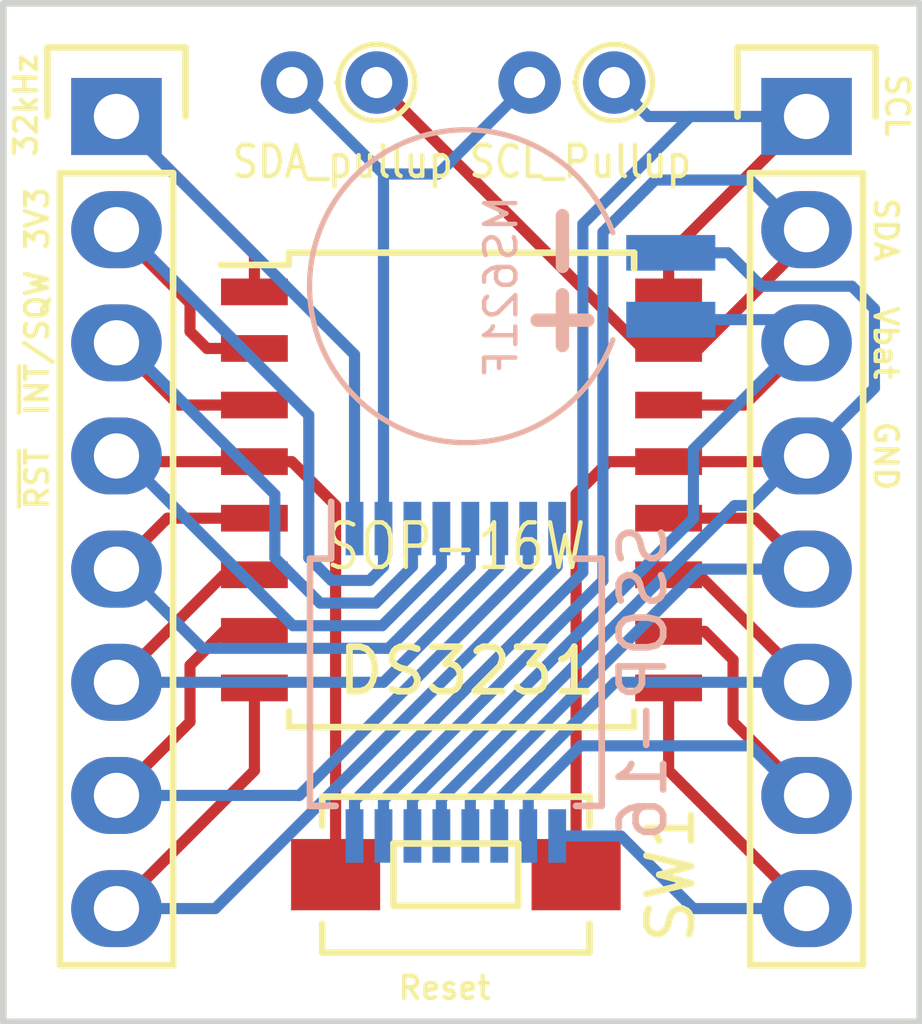
<source format=kicad_pcb>
(kicad_pcb (version 4) (host pcbnew 4.0.6)

  (general
    (links 40)
    (no_connects 0)
    (area 148.006999 93.650999 168.731001 116.661001)
    (thickness 1.6)
    (drawings 16)
    (tracks 140)
    (zones 0)
    (modules 8)
    (nets 17)
  )

  (page A4)
  (layers
    (0 F.Cu signal)
    (31 B.Cu signal)
    (32 B.Adhes user)
    (33 F.Adhes user)
    (34 B.Paste user)
    (35 F.Paste user)
    (36 B.SilkS user)
    (37 F.SilkS user)
    (38 B.Mask user)
    (39 F.Mask user)
    (40 Dwgs.User user)
    (41 Cmts.User user)
    (42 Eco1.User user)
    (43 Eco2.User user)
    (44 Edge.Cuts user)
    (45 Margin user)
    (46 B.CrtYd user)
    (47 F.CrtYd user)
    (48 B.Fab user)
    (49 F.Fab user hide)
  )

  (setup
    (last_trace_width 0.25)
    (trace_clearance 0.2)
    (zone_clearance 0.508)
    (zone_45_only no)
    (trace_min 0.2)
    (segment_width 0.2)
    (edge_width 0.15)
    (via_size 0.6)
    (via_drill 0.4)
    (via_min_size 0.4)
    (via_min_drill 0.3)
    (uvia_size 0.3)
    (uvia_drill 0.1)
    (uvias_allowed no)
    (uvia_min_size 0.2)
    (uvia_min_drill 0.1)
    (pcb_text_width 0.3)
    (pcb_text_size 1.5 1.5)
    (mod_edge_width 0.15)
    (mod_text_size 1 1)
    (mod_text_width 0.15)
    (pad_size 1.524 1.524)
    (pad_drill 0.762)
    (pad_to_mask_clearance 0.2)
    (aux_axis_origin 0 0)
    (visible_elements FFFFFF7F)
    (pcbplotparams
      (layerselection 0x00030_80000001)
      (usegerberextensions false)
      (excludeedgelayer true)
      (linewidth 0.100000)
      (plotframeref false)
      (viasonmask false)
      (mode 1)
      (useauxorigin false)
      (hpglpennumber 1)
      (hpglpenspeed 20)
      (hpglpendiameter 15)
      (hpglpenoverlay 2)
      (psnegative false)
      (psa4output false)
      (plotreference true)
      (plotvalue true)
      (plotinvisibletext false)
      (padsonsilk false)
      (subtractmaskfromsilk false)
      (outputformat 1)
      (mirror false)
      (drillshape 1)
      (scaleselection 1)
      (outputdirectory ""))
  )

  (net 0 "")
  (net 1 +BATT)
  (net 2 "Net-(BT1-Pad2)")
  (net 3 "Net-(J1-Pad1)")
  (net 4 +3V3)
  (net 5 "Net-(J1-Pad3)")
  (net 6 "Net-(J1-Pad4)")
  (net 7 "Net-(J1-Pad5)")
  (net 8 "Net-(J1-Pad6)")
  (net 9 "Net-(J1-Pad7)")
  (net 10 "Net-(J1-Pad8)")
  (net 11 "Net-(J2-Pad1)")
  (net 12 "Net-(J2-Pad2)")
  (net 13 "Net-(J2-Pad5)")
  (net 14 "Net-(J2-Pad6)")
  (net 15 "Net-(J2-Pad7)")
  (net 16 "Net-(J2-Pad8)")

  (net_class Default "This is the default net class."
    (clearance 0.2)
    (trace_width 0.25)
    (via_dia 0.6)
    (via_drill 0.4)
    (uvia_dia 0.3)
    (uvia_drill 0.1)
    (add_net +3V3)
    (add_net +BATT)
    (add_net "Net-(BT1-Pad2)")
    (add_net "Net-(J1-Pad1)")
    (add_net "Net-(J1-Pad3)")
    (add_net "Net-(J1-Pad4)")
    (add_net "Net-(J1-Pad5)")
    (add_net "Net-(J1-Pad6)")
    (add_net "Net-(J1-Pad7)")
    (add_net "Net-(J1-Pad8)")
    (add_net "Net-(J2-Pad1)")
    (add_net "Net-(J2-Pad2)")
    (add_net "Net-(J2-Pad5)")
    (add_net "Net-(J2-Pad6)")
    (add_net "Net-(J2-Pad7)")
    (add_net "Net-(J2-Pad8)")
  )

  (module Pin_Headers:Pin_Header_Straight_1x08 locked placed (layer F.Cu) (tedit 58F03785) (tstamp 58EFDC0F)
    (at 150.622 96.266)
    (descr "Through hole pin header")
    (tags "pin header")
    (path /58EFAF67)
    (fp_text reference J1 (at -5.08 -5.08) (layer F.SilkS) hide
      (effects (font (size 1 1) (thickness 0.15)))
    )
    (fp_text value CONN_01X08 (at -4.826 -3.556) (layer F.Fab) hide
      (effects (font (size 1 1) (thickness 0.15)))
    )
    (fp_line (start -1.75 -1.75) (end -1.75 19.55) (layer F.CrtYd) (width 0.05))
    (fp_line (start 1.75 -1.75) (end 1.75 19.55) (layer F.CrtYd) (width 0.05))
    (fp_line (start -1.75 -1.75) (end 1.75 -1.75) (layer F.CrtYd) (width 0.05))
    (fp_line (start -1.75 19.55) (end 1.75 19.55) (layer F.CrtYd) (width 0.05))
    (fp_line (start 1.27 1.27) (end 1.27 19.05) (layer F.SilkS) (width 0.15))
    (fp_line (start 1.27 19.05) (end -1.27 19.05) (layer F.SilkS) (width 0.15))
    (fp_line (start -1.27 19.05) (end -1.27 1.27) (layer F.SilkS) (width 0.15))
    (fp_line (start 1.55 -1.55) (end 1.55 0) (layer F.SilkS) (width 0.15))
    (fp_line (start 1.27 1.27) (end -1.27 1.27) (layer F.SilkS) (width 0.15))
    (fp_line (start -1.55 0) (end -1.55 -1.55) (layer F.SilkS) (width 0.15))
    (fp_line (start -1.55 -1.55) (end 1.55 -1.55) (layer F.SilkS) (width 0.15))
    (pad 1 thru_hole rect (at 0 0) (size 2.032 1.7272) (drill 1.016) (layers *.Cu *.Mask)
      (net 3 "Net-(J1-Pad1)"))
    (pad 2 thru_hole oval (at 0 2.54) (size 2.032 1.7272) (drill 1.016) (layers *.Cu *.Mask)
      (net 4 +3V3))
    (pad 3 thru_hole oval (at 0 5.08) (size 2.032 1.7272) (drill 1.016) (layers *.Cu *.Mask)
      (net 5 "Net-(J1-Pad3)"))
    (pad 4 thru_hole oval (at 0 7.62) (size 2.032 1.7272) (drill 1.016) (layers *.Cu *.Mask)
      (net 6 "Net-(J1-Pad4)"))
    (pad 5 thru_hole oval (at 0 10.16) (size 2.032 1.7272) (drill 1.016) (layers *.Cu *.Mask)
      (net 7 "Net-(J1-Pad5)"))
    (pad 6 thru_hole oval (at 0 12.7) (size 2.032 1.7272) (drill 1.016) (layers *.Cu *.Mask)
      (net 8 "Net-(J1-Pad6)"))
    (pad 7 thru_hole oval (at 0 15.24) (size 2.032 1.7272) (drill 1.016) (layers *.Cu *.Mask)
      (net 9 "Net-(J1-Pad7)"))
    (pad 8 thru_hole oval (at 0 17.78) (size 2.032 1.7272) (drill 1.016) (layers *.Cu *.Mask)
      (net 10 "Net-(J1-Pad8)"))
    (model Pin_Headers.3dshapes/Pin_Header_Straight_1x08.wrl
      (at (xyz 0 -0.35 0))
      (scale (xyz 1 1 1))
      (rotate (xyz 0 0 90))
    )
  )

  (module Pin_Headers:Pin_Header_Straight_1x08 locked placed (layer F.Cu) (tedit 58F036EC) (tstamp 58EFDC1B)
    (at 166.116 96.266)
    (descr "Through hole pin header")
    (tags "pin header")
    (path /58EFAFA7)
    (fp_text reference J2 (at 0 -5.1) (layer F.SilkS) hide
      (effects (font (size 1 1) (thickness 0.15)))
    )
    (fp_text value CONN_01X08 (at 0.254 -3.81) (layer F.Fab) hide
      (effects (font (size 1 1) (thickness 0.15)))
    )
    (fp_line (start -1.75 -1.75) (end -1.75 19.55) (layer F.CrtYd) (width 0.05))
    (fp_line (start 1.75 -1.75) (end 1.75 19.55) (layer F.CrtYd) (width 0.05))
    (fp_line (start -1.75 -1.75) (end 1.75 -1.75) (layer F.CrtYd) (width 0.05))
    (fp_line (start -1.75 19.55) (end 1.75 19.55) (layer F.CrtYd) (width 0.05))
    (fp_line (start 1.27 1.27) (end 1.27 19.05) (layer F.SilkS) (width 0.15))
    (fp_line (start 1.27 19.05) (end -1.27 19.05) (layer F.SilkS) (width 0.15))
    (fp_line (start -1.27 19.05) (end -1.27 1.27) (layer F.SilkS) (width 0.15))
    (fp_line (start 1.55 -1.55) (end 1.55 0) (layer F.SilkS) (width 0.15))
    (fp_line (start 1.27 1.27) (end -1.27 1.27) (layer F.SilkS) (width 0.15))
    (fp_line (start -1.55 0) (end -1.55 -1.55) (layer F.SilkS) (width 0.15))
    (fp_line (start -1.55 -1.55) (end 1.55 -1.55) (layer F.SilkS) (width 0.15))
    (pad 1 thru_hole rect (at 0 0) (size 2.032 1.7272) (drill 1.016) (layers *.Cu *.Mask)
      (net 11 "Net-(J2-Pad1)"))
    (pad 2 thru_hole oval (at 0 2.54) (size 2.032 1.7272) (drill 1.016) (layers *.Cu *.Mask)
      (net 12 "Net-(J2-Pad2)"))
    (pad 3 thru_hole oval (at 0 5.08) (size 2.032 1.7272) (drill 1.016) (layers *.Cu *.Mask)
      (net 1 +BATT))
    (pad 4 thru_hole oval (at 0 7.62) (size 2.032 1.7272) (drill 1.016) (layers *.Cu *.Mask)
      (net 2 "Net-(BT1-Pad2)"))
    (pad 5 thru_hole oval (at 0 10.16) (size 2.032 1.7272) (drill 1.016) (layers *.Cu *.Mask)
      (net 13 "Net-(J2-Pad5)"))
    (pad 6 thru_hole oval (at 0 12.7) (size 2.032 1.7272) (drill 1.016) (layers *.Cu *.Mask)
      (net 14 "Net-(J2-Pad6)"))
    (pad 7 thru_hole oval (at 0 15.24) (size 2.032 1.7272) (drill 1.016) (layers *.Cu *.Mask)
      (net 15 "Net-(J2-Pad7)"))
    (pad 8 thru_hole oval (at 0 17.78) (size 2.032 1.7272) (drill 1.016) (layers *.Cu *.Mask)
      (net 16 "Net-(J2-Pad8)"))
    (model Pin_Headers.3dshapes/Pin_Header_Straight_1x08.wrl
      (at (xyz 0 -0.35 0))
      (scale (xyz 1 1 1))
      (rotate (xyz 0 0 90))
    )
  )

  (module Housings_SOIC:SOIC-16W_7.5x10.3mm_Pitch1.27mm placed (layer F.Cu) (tedit 58F037BB) (tstamp 58EFDC43)
    (at 158.369 104.648)
    (descr "16-Lead Plastic Small Outline (SO) - Wide, 7.50 mm Body [SOIC] (see Microchip Packaging Specification 00000049BS.pdf)")
    (tags "SOIC 1.27")
    (path /58EFAF32)
    (attr smd)
    (fp_text reference U1 (at 0.127 -3.302) (layer F.SilkS) hide
      (effects (font (size 1 1) (thickness 0.15)))
    )
    (fp_text value DS3231 (at 0.127 4.064) (layer F.SilkS)
      (effects (font (size 1 1) (thickness 0.15)))
    )
    (fp_line (start -2.75 -5.15) (end 3.75 -5.15) (layer F.Fab) (width 0.15))
    (fp_line (start 3.75 -5.15) (end 3.75 5.15) (layer F.Fab) (width 0.15))
    (fp_line (start 3.75 5.15) (end -3.75 5.15) (layer F.Fab) (width 0.15))
    (fp_line (start -3.75 5.15) (end -3.75 -4.15) (layer F.Fab) (width 0.15))
    (fp_line (start -3.75 -4.15) (end -2.75 -5.15) (layer F.Fab) (width 0.15))
    (fp_line (start -5.65 -5.5) (end -5.65 5.5) (layer F.CrtYd) (width 0.05))
    (fp_line (start 5.65 -5.5) (end 5.65 5.5) (layer F.CrtYd) (width 0.05))
    (fp_line (start -5.65 -5.5) (end 5.65 -5.5) (layer F.CrtYd) (width 0.05))
    (fp_line (start -5.65 5.5) (end 5.65 5.5) (layer F.CrtYd) (width 0.05))
    (fp_line (start -3.875 -5.325) (end -3.875 -5.05) (layer F.SilkS) (width 0.15))
    (fp_line (start 3.875 -5.325) (end 3.875 -4.97) (layer F.SilkS) (width 0.15))
    (fp_line (start 3.875 5.325) (end 3.875 4.97) (layer F.SilkS) (width 0.15))
    (fp_line (start -3.875 5.325) (end -3.875 4.97) (layer F.SilkS) (width 0.15))
    (fp_line (start -3.875 -5.325) (end 3.875 -5.325) (layer F.SilkS) (width 0.15))
    (fp_line (start -3.875 5.325) (end 3.875 5.325) (layer F.SilkS) (width 0.15))
    (fp_line (start -3.875 -5.05) (end -5.4 -5.05) (layer F.SilkS) (width 0.15))
    (pad 1 smd rect (at -4.65 -4.445) (size 1.5 0.6) (layers F.Cu F.Paste F.Mask)
      (net 3 "Net-(J1-Pad1)"))
    (pad 2 smd rect (at -4.65 -3.175) (size 1.5 0.6) (layers F.Cu F.Paste F.Mask)
      (net 4 +3V3))
    (pad 3 smd rect (at -4.65 -1.905) (size 1.5 0.6) (layers F.Cu F.Paste F.Mask)
      (net 5 "Net-(J1-Pad3)"))
    (pad 4 smd rect (at -4.65 -0.635) (size 1.5 0.6) (layers F.Cu F.Paste F.Mask)
      (net 6 "Net-(J1-Pad4)"))
    (pad 5 smd rect (at -4.65 0.635) (size 1.5 0.6) (layers F.Cu F.Paste F.Mask)
      (net 7 "Net-(J1-Pad5)"))
    (pad 6 smd rect (at -4.65 1.905) (size 1.5 0.6) (layers F.Cu F.Paste F.Mask)
      (net 8 "Net-(J1-Pad6)"))
    (pad 7 smd rect (at -4.65 3.175) (size 1.5 0.6) (layers F.Cu F.Paste F.Mask)
      (net 9 "Net-(J1-Pad7)"))
    (pad 8 smd rect (at -4.65 4.445) (size 1.5 0.6) (layers F.Cu F.Paste F.Mask)
      (net 10 "Net-(J1-Pad8)"))
    (pad 9 smd rect (at 4.65 4.445) (size 1.5 0.6) (layers F.Cu F.Paste F.Mask)
      (net 16 "Net-(J2-Pad8)"))
    (pad 10 smd rect (at 4.65 3.175) (size 1.5 0.6) (layers F.Cu F.Paste F.Mask)
      (net 15 "Net-(J2-Pad7)"))
    (pad 11 smd rect (at 4.65 1.905) (size 1.5 0.6) (layers F.Cu F.Paste F.Mask)
      (net 14 "Net-(J2-Pad6)"))
    (pad 12 smd rect (at 4.65 0.635) (size 1.5 0.6) (layers F.Cu F.Paste F.Mask)
      (net 13 "Net-(J2-Pad5)"))
    (pad 13 smd rect (at 4.65 -0.635) (size 1.5 0.6) (layers F.Cu F.Paste F.Mask)
      (net 2 "Net-(BT1-Pad2)"))
    (pad 14 smd rect (at 4.65 -1.905) (size 1.5 0.6) (layers F.Cu F.Paste F.Mask)
      (net 1 +BATT))
    (pad 15 smd rect (at 4.65 -3.175) (size 1.5 0.6) (layers F.Cu F.Paste F.Mask)
      (net 12 "Net-(J2-Pad2)"))
    (pad 16 smd rect (at 4.65 -4.445) (size 1.5 0.6) (layers F.Cu F.Paste F.Mask)
      (net 11 "Net-(J2-Pad1)"))
    (model Housings_SOIC.3dshapes/SOIC-16_7.5x10.3mm_Pitch1.27mm.wrl
      (at (xyz 0 0 0))
      (scale (xyz 1 1 1))
      (rotate (xyz 0 0 0))
    )
  )

  (module Housings_SSOP:SSOP-16_5.3x6.2mm_Pitch0.65mm placed (layer B.Cu) (tedit 58F03A0A) (tstamp 58EFDC57)
    (at 158.242 108.966 270)
    (descr "SSOP16: plastic shrink small outline package; 16 leads; body width 5.3 mm; (see NXP SSOP-TSSOP-VSO-REFLOW.pdf and sot338-1_po.pdf)")
    (tags "SSOP 0.65")
    (path /58EFD90A)
    (attr smd)
    (fp_text reference U2 (at 0 4.2 270) (layer B.SilkS) hide
      (effects (font (size 1 1) (thickness 0.15)) (justify mirror))
    )
    (fp_text value SSOP-16 (at 0 -4.2 270) (layer B.SilkS)
      (effects (font (size 1 1) (thickness 0.15)) (justify mirror))
    )
    (fp_line (start -1.65 3.1) (end 2.65 3.1) (layer B.Fab) (width 0.15))
    (fp_line (start 2.65 3.1) (end 2.65 -3.1) (layer B.Fab) (width 0.15))
    (fp_line (start 2.65 -3.1) (end -2.65 -3.1) (layer B.Fab) (width 0.15))
    (fp_line (start -2.65 -3.1) (end -2.65 2.1) (layer B.Fab) (width 0.15))
    (fp_line (start -2.65 2.1) (end -1.65 3.1) (layer B.Fab) (width 0.15))
    (fp_line (start -4.3 3.45) (end -4.3 -3.45) (layer B.CrtYd) (width 0.05))
    (fp_line (start 4.3 3.45) (end 4.3 -3.45) (layer B.CrtYd) (width 0.05))
    (fp_line (start -4.3 3.45) (end 4.3 3.45) (layer B.CrtYd) (width 0.05))
    (fp_line (start -4.3 -3.45) (end 4.3 -3.45) (layer B.CrtYd) (width 0.05))
    (fp_line (start -2.775 3.275) (end -2.775 2.8) (layer B.SilkS) (width 0.15))
    (fp_line (start 2.775 3.275) (end 2.775 2.7) (layer B.SilkS) (width 0.15))
    (fp_line (start 2.775 -3.275) (end 2.775 -2.7) (layer B.SilkS) (width 0.15))
    (fp_line (start -2.775 -3.275) (end -2.775 -2.7) (layer B.SilkS) (width 0.15))
    (fp_line (start -2.775 3.275) (end 2.775 3.275) (layer B.SilkS) (width 0.15))
    (fp_line (start -2.775 -3.275) (end 2.775 -3.275) (layer B.SilkS) (width 0.15))
    (fp_line (start -2.775 2.8) (end -4.05 2.8) (layer B.SilkS) (width 0.15))
    (pad 1 smd rect (at -3.45 2.275 270) (size 1.2 0.4) (layers B.Cu B.Paste B.Mask)
      (net 3 "Net-(J1-Pad1)"))
    (pad 2 smd rect (at -3.45 1.625 270) (size 1.2 0.4) (layers B.Cu B.Paste B.Mask)
      (net 4 +3V3))
    (pad 3 smd rect (at -3.45 0.975 270) (size 1.2 0.4) (layers B.Cu B.Paste B.Mask)
      (net 5 "Net-(J1-Pad3)"))
    (pad 4 smd rect (at -3.45 0.325 270) (size 1.2 0.4) (layers B.Cu B.Paste B.Mask)
      (net 6 "Net-(J1-Pad4)"))
    (pad 5 smd rect (at -3.45 -0.325 270) (size 1.2 0.4) (layers B.Cu B.Paste B.Mask)
      (net 7 "Net-(J1-Pad5)"))
    (pad 6 smd rect (at -3.45 -0.975 270) (size 1.2 0.4) (layers B.Cu B.Paste B.Mask)
      (net 8 "Net-(J1-Pad6)"))
    (pad 7 smd rect (at -3.45 -1.625 270) (size 1.2 0.4) (layers B.Cu B.Paste B.Mask)
      (net 9 "Net-(J1-Pad7)"))
    (pad 8 smd rect (at -3.45 -2.275 270) (size 1.2 0.4) (layers B.Cu B.Paste B.Mask)
      (net 10 "Net-(J1-Pad8)"))
    (pad 9 smd rect (at 3.45 -2.275 270) (size 1.2 0.4) (layers B.Cu B.Paste B.Mask)
      (net 16 "Net-(J2-Pad8)"))
    (pad 10 smd rect (at 3.45 -1.625 270) (size 1.2 0.4) (layers B.Cu B.Paste B.Mask)
      (net 15 "Net-(J2-Pad7)"))
    (pad 11 smd rect (at 3.45 -0.975 270) (size 1.2 0.4) (layers B.Cu B.Paste B.Mask)
      (net 14 "Net-(J2-Pad6)"))
    (pad 12 smd rect (at 3.45 -0.325 270) (size 1.2 0.4) (layers B.Cu B.Paste B.Mask)
      (net 13 "Net-(J2-Pad5)"))
    (pad 13 smd rect (at 3.45 0.325 270) (size 1.2 0.4) (layers B.Cu B.Paste B.Mask)
      (net 2 "Net-(BT1-Pad2)"))
    (pad 14 smd rect (at 3.45 0.975 270) (size 1.2 0.4) (layers B.Cu B.Paste B.Mask)
      (net 1 +BATT))
    (pad 15 smd rect (at 3.45 1.625 270) (size 1.2 0.4) (layers B.Cu B.Paste B.Mask)
      (net 12 "Net-(J2-Pad2)"))
    (pad 16 smd rect (at 3.45 2.275 270) (size 1.2 0.4) (layers B.Cu B.Paste B.Mask)
      (net 11 "Net-(J2-Pad1)"))
    (model Housings_SSOP.3dshapes/SSOP-16_5.3x6.2mm_Pitch0.65mm.wrl
      (at (xyz 0 0 0))
      (scale (xyz 1 1 1))
      (rotate (xyz 0 0 0))
    )
  )

  (module Resistors_THT:R_Axial_DIN0204_L3.6mm_D1.6mm_P1.90mm_Vertical (layer F.Cu) (tedit 58F039BB) (tstamp 58EFE06C)
    (at 161.798 95.504 180)
    (descr "Resistor, Axial_DIN0204 series, Axial, Vertical, pin pitch=1.9mm, 0.16666666666666666W = 1/6W, length*diameter=3.6*1.6mm^2, http://cdn-reichelt.de/documents/datenblatt/B400/1_4W%23YAG.pdf")
    (tags "Resistor Axial_DIN0204 series Axial Vertical pin pitch 1.9mm 0.16666666666666666W = 1/6W length 3.6mm diameter 1.6mm")
    (path /58EFB05D)
    (fp_text reference R1 (at 0.95 -1.86 180) (layer F.SilkS) hide
      (effects (font (size 1 1) (thickness 0.15)))
    )
    (fp_text value SCL_Pullup (at 0.762 -1.778 180) (layer F.SilkS)
      (effects (font (size 0.7 0.6) (thickness 0.1)))
    )
    (fp_circle (center 0 0) (end 0.8 0) (layer F.Fab) (width 0.1))
    (fp_circle (center 0 0) (end 0.86 0) (layer F.SilkS) (width 0.12))
    (fp_line (start 0 0) (end 1.9 0) (layer F.Fab) (width 0.1))
    (fp_line (start 0.86 0) (end 0.9 0) (layer F.SilkS) (width 0.12))
    (fp_line (start -1.15 -1.15) (end -1.15 1.15) (layer F.CrtYd) (width 0.05))
    (fp_line (start -1.15 1.15) (end 2.95 1.15) (layer F.CrtYd) (width 0.05))
    (fp_line (start 2.95 1.15) (end 2.95 -1.15) (layer F.CrtYd) (width 0.05))
    (fp_line (start 2.95 -1.15) (end -1.15 -1.15) (layer F.CrtYd) (width 0.05))
    (pad 1 thru_hole circle (at 0 0 180) (size 1.4 1.4) (drill 0.7) (layers *.Cu *.Mask)
      (net 11 "Net-(J2-Pad1)"))
    (pad 2 thru_hole oval (at 1.9 0 180) (size 1.4 1.4) (drill 0.7) (layers *.Cu *.Mask)
      (net 4 +3V3))
    (model Resistors_THT.3dshapes/R_Axial_DIN0204_L3.6mm_D1.6mm_P1.90mm_Vertical.wrl
      (at (xyz 0 0 0))
      (scale (xyz 0.393701 0.393701 0.393701))
      (rotate (xyz 0 0 0))
    )
  )

  (module Resistors_THT:R_Axial_DIN0204_L3.6mm_D1.6mm_P1.90mm_Vertical (layer F.Cu) (tedit 58F03997) (tstamp 58EFE098)
    (at 156.464 95.504 180)
    (descr "Resistor, Axial_DIN0204 series, Axial, Vertical, pin pitch=1.9mm, 0.16666666666666666W = 1/6W, length*diameter=3.6*1.6mm^2, http://cdn-reichelt.de/documents/datenblatt/B400/1_4W%23YAG.pdf")
    (tags "Resistor Axial_DIN0204 series Axial Vertical pin pitch 1.9mm 0.16666666666666666W = 1/6W length 3.6mm diameter 1.6mm")
    (path /58EFB097)
    (fp_text reference R2 (at 0.95 -1.86 180) (layer F.SilkS) hide
      (effects (font (size 1 1) (thickness 0.15)))
    )
    (fp_text value SDA_pullup (at 0.762 -1.778 180) (layer F.SilkS)
      (effects (font (size 0.7 0.6) (thickness 0.1)))
    )
    (fp_circle (center 0 0) (end 0.8 0) (layer F.Fab) (width 0.1))
    (fp_circle (center 0 0) (end 0.86 0) (layer F.SilkS) (width 0.12))
    (fp_line (start 0 0) (end 1.9 0) (layer F.Fab) (width 0.1))
    (fp_line (start 0.86 0) (end 0.9 0) (layer F.SilkS) (width 0.12))
    (fp_line (start -1.15 -1.15) (end -1.15 1.15) (layer F.CrtYd) (width 0.05))
    (fp_line (start -1.15 1.15) (end 2.95 1.15) (layer F.CrtYd) (width 0.05))
    (fp_line (start 2.95 1.15) (end 2.95 -1.15) (layer F.CrtYd) (width 0.05))
    (fp_line (start 2.95 -1.15) (end -1.15 -1.15) (layer F.CrtYd) (width 0.05))
    (pad 1 thru_hole circle (at 0 0 180) (size 1.4 1.4) (drill 0.7) (layers *.Cu *.Mask)
      (net 12 "Net-(J2-Pad2)"))
    (pad 2 thru_hole oval (at 1.9 0 180) (size 1.4 1.4) (drill 0.7) (layers *.Cu *.Mask)
      (net 4 +3V3))
    (model Resistors_THT.3dshapes/R_Axial_DIN0204_L3.6mm_D1.6mm_P1.90mm_Vertical.wrl
      (at (xyz 0 0 0))
      (scale (xyz 0.393701 0.393701 0.393701))
      (rotate (xyz 0 0 0))
    )
  )

  (module Buttons_Switches_SMD:SW_SPST_EVQPE1 (layer F.Cu) (tedit 58F03991) (tstamp 58EFE732)
    (at 158.242 113.284)
    (descr "Light Touch Switch")
    (path /58EFD549)
    (attr smd)
    (fp_text reference SW1 (at 4.826 0 90) (layer F.SilkS)
      (effects (font (size 1 1) (thickness 0.15)))
    )
    (fp_text value Reset (at -0.254 2.54) (layer F.SilkS)
      (effects (font (size 0.5 0.5) (thickness 0.1)))
    )
    (fp_line (start -1.4 -0.7) (end 1.4 -0.7) (layer F.SilkS) (width 0.15))
    (fp_line (start 1.4 -0.7) (end 1.4 0.7) (layer F.SilkS) (width 0.15))
    (fp_line (start 1.4 0.7) (end -1.4 0.7) (layer F.SilkS) (width 0.15))
    (fp_line (start -1.4 0.7) (end -1.4 -0.7) (layer F.SilkS) (width 0.15))
    (fp_line (start -3.95 -2) (end 3.95 -2) (layer F.CrtYd) (width 0.05))
    (fp_line (start 3.95 -2) (end 3.95 2) (layer F.CrtYd) (width 0.05))
    (fp_line (start 3.95 2) (end -3.95 2) (layer F.CrtYd) (width 0.05))
    (fp_line (start -3.95 2) (end -3.95 -2) (layer F.CrtYd) (width 0.05))
    (fp_line (start 3 -1.75) (end 3 -1.1) (layer F.SilkS) (width 0.15))
    (fp_line (start 3 1.75) (end 3 1.1) (layer F.SilkS) (width 0.15))
    (fp_line (start -3 1.1) (end -3 1.75) (layer F.SilkS) (width 0.15))
    (fp_line (start -3 -1.75) (end -3 -1.1) (layer F.SilkS) (width 0.15))
    (fp_line (start 3 -1.75) (end -3 -1.75) (layer F.SilkS) (width 0.15))
    (fp_line (start -3 1.75) (end 3 1.75) (layer F.SilkS) (width 0.15))
    (pad 2 smd rect (at 2.7 0) (size 2 1.6) (layers F.Cu F.Paste F.Mask)
      (net 2 "Net-(BT1-Pad2)"))
    (pad 1 smd rect (at -2.7 0) (size 2 1.6) (layers F.Cu F.Paste F.Mask)
      (net 6 "Net-(J1-Pad4)"))
  )

  (module Battery_Holders:Seiko_MS621F (layer B.Cu) (tedit 58F03ADF) (tstamp 58EFEA12)
    (at 163.068 100.076)
    (descr "Seiko MS621F")
    (tags "Seiko MS621F")
    (path /58EFF3D9)
    (attr smd)
    (fp_text reference BT1 (at -4.6 4.4) (layer B.SilkS) hide
      (effects (font (size 1 1) (thickness 0.15)) (justify mirror))
    )
    (fp_text value MS621F (at -3.81 0 90) (layer B.SilkS)
      (effects (font (size 0.7 0.7) (thickness 0.1)) (justify mirror))
    )
    (fp_line (start 1.2 -1.3) (end -1.2 -1.3) (layer B.CrtYd) (width 0.05))
    (fp_line (start 1.2 1.3) (end 1.2 -1.3) (layer B.CrtYd) (width 0.05))
    (fp_line (start -1.2 1.3) (end 1.2 1.3) (layer B.CrtYd) (width 0.05))
    (fp_arc (start -4.6 0) (end -1.2 -1.3) (angle -318.1509965) (layer B.CrtYd) (width 0.05))
    (fp_arc (start -4.6 0) (end -1.3 -1.2) (angle -320) (layer B.SilkS) (width 0.12))
    (fp_line (start 0.9 -1) (end -1.3 -1) (layer B.Fab) (width 0.1))
    (fp_line (start 0.9 -0.5) (end 0.9 -1) (layer B.Fab) (width 0.1))
    (fp_line (start -1.2 -0.5) (end 0.9 -0.5) (layer B.Fab) (width 0.1))
    (fp_line (start 0.9 0.5) (end -1.2 0.5) (layer B.Fab) (width 0.1))
    (fp_line (start 0.9 1) (end 0.9 0.5) (layer B.Fab) (width 0.1))
    (fp_line (start -1.3 1) (end 0.9 1) (layer B.Fab) (width 0.1))
    (fp_circle (center -4.6 0) (end -4.6 -3.4) (layer B.Fab) (width 0.1))
    (pad 1 smd rect (at 0 0.75) (size 2 0.8) (layers B.Cu B.Paste B.Mask)
      (net 1 +BATT))
    (pad 2 smd rect (at 0 -0.75) (size 2 0.8) (layers B.Cu B.Paste B.Mask)
      (net 2 "Net-(BT1-Pad2)"))
  )

  (gr_text - (at 160.528 99.06 90) (layer B.SilkS)
    (effects (font (size 1.5 1.5) (thickness 0.3)) (justify mirror))
  )
  (gr_text + (at 160.528 100.838 90) (layer B.SilkS)
    (effects (font (size 1.5 1.5) (thickness 0.3)) (justify mirror))
  )
  (gr_text GND (at 167.894 103.886 270) (layer F.SilkS)
    (effects (font (size 0.5 0.5) (thickness 0.1)))
  )
  (gr_text Vbat (at 167.894 101.346 270) (layer F.SilkS)
    (effects (font (size 0.5 0.5) (thickness 0.1)))
  )
  (gr_text SDA (at 167.894 98.806 270) (layer F.SilkS)
    (effects (font (size 0.5 0.5) (thickness 0.1)))
  )
  (gr_text SCL (at 168.148 96.012 270) (layer F.SilkS)
    (effects (font (size 0.5 0.5) (thickness 0.1)))
  )
  (gr_text ~RST (at 148.844 104.394 90) (layer F.SilkS)
    (effects (font (size 0.5 0.5) (thickness 0.1)))
  )
  (gr_text ~INT~/SQW (at 148.844 101.346 90) (layer F.SilkS)
    (effects (font (size 0.5 0.5) (thickness 0.1)))
  )
  (gr_text 32kHz (at 148.59 96.012 90) (layer F.SilkS)
    (effects (font (size 0.5 0.5) (thickness 0.1)))
  )
  (gr_text 3V3 (at 148.844 98.552 90) (layer F.SilkS)
    (effects (font (size 0.5 0.5) (thickness 0.1)))
  )
  (gr_text SOP-16W (at 158.242 105.918) (layer F.SilkS)
    (effects (font (size 1 0.8) (thickness 0.1)))
  )
  (gr_line (start 168.656 116.586) (end 168.656 93.726) (angle 90) (layer Edge.Cuts) (width 0.15))
  (gr_line (start 168.402 116.586) (end 168.656 116.586) (angle 90) (layer Edge.Cuts) (width 0.15))
  (gr_line (start 148.082 116.586) (end 168.402 116.586) (angle 90) (layer Edge.Cuts) (width 0.15))
  (gr_line (start 148.082 93.726) (end 148.082 116.586) (angle 90) (layer Edge.Cuts) (width 0.15))
  (gr_line (start 168.656 93.726) (end 148.082 93.726) (angle 90) (layer Edge.Cuts) (width 0.15))

  (segment (start 163.576 105.287233) (end 163.576 103.7336) (width 0.25) (layer B.Cu) (net 1))
  (segment (start 163.576 103.7336) (end 165.9636 101.346) (width 0.25) (layer B.Cu) (net 1))
  (segment (start 165.9636 101.346) (end 166.116 101.346) (width 0.25) (layer B.Cu) (net 1))
  (segment (start 157.267 111.596233) (end 163.576 105.287233) (width 0.25) (layer B.Cu) (net 1))
  (segment (start 157.267 112.416) (end 157.267 111.596233) (width 0.25) (layer B.Cu) (net 1))
  (segment (start 163.068 100.826) (end 165.596 100.826) (width 0.25) (layer B.Cu) (net 1))
  (segment (start 165.596 100.826) (end 166.116 101.346) (width 0.25) (layer B.Cu) (net 1) (tstamp 58F01E57))
  (segment (start 163.019 102.743) (end 164.719 102.743) (width 0.25) (layer F.Cu) (net 1))
  (segment (start 164.719 102.743) (end 166.116 101.346) (width 0.25) (layer F.Cu) (net 1) (tstamp 58EFED6F))
  (segment (start 165.9636 103.886) (end 166.116 103.886) (width 0.25) (layer B.Cu) (net 2))
  (segment (start 164.85 104.9996) (end 165.9636 103.886) (width 0.25) (layer B.Cu) (net 2))
  (segment (start 164.500044 104.9996) (end 164.85 104.9996) (width 0.25) (layer B.Cu) (net 2))
  (segment (start 157.917 111.582644) (end 164.500044 104.9996) (width 0.25) (layer B.Cu) (net 2))
  (segment (start 157.917 112.416) (end 157.917 111.582644) (width 0.25) (layer B.Cu) (net 2))
  (segment (start 163.068 99.326) (end 164.35 99.326) (width 0.25) (layer B.Cu) (net 2))
  (segment (start 167.64 102.362) (end 166.116 103.886) (width 0.25) (layer B.Cu) (net 2) (tstamp 58F01E6D))
  (segment (start 167.64 100.584) (end 167.64 102.362) (width 0.25) (layer B.Cu) (net 2) (tstamp 58F01E6C))
  (segment (start 167.132 100.076) (end 167.64 100.584) (width 0.25) (layer B.Cu) (net 2) (tstamp 58F01E69))
  (segment (start 165.1 100.076) (end 167.132 100.076) (width 0.25) (layer B.Cu) (net 2) (tstamp 58F01E67))
  (segment (start 164.35 99.326) (end 165.1 100.076) (width 0.25) (layer B.Cu) (net 2) (tstamp 58F01E5D))
  (segment (start 160.942 113.284) (end 160.942 104.742) (width 0.25) (layer F.Cu) (net 2))
  (segment (start 161.671 104.013) (end 163.019 104.013) (width 0.25) (layer F.Cu) (net 2) (tstamp 58F01D75))
  (segment (start 160.942 104.742) (end 161.671 104.013) (width 0.25) (layer F.Cu) (net 2) (tstamp 58F01D72))
  (segment (start 163.019 104.013) (end 165.989 104.013) (width 0.25) (layer F.Cu) (net 2))
  (segment (start 165.989 104.013) (end 166.116 103.886) (width 0.25) (layer F.Cu) (net 2) (tstamp 58EFED73))
  (segment (start 155.967 105.516) (end 155.967 101.611) (width 0.25) (layer B.Cu) (net 3))
  (segment (start 155.967 101.611) (end 150.622 96.266) (width 0.25) (layer B.Cu) (net 3) (tstamp 58F0163D))
  (segment (start 153.719 100.203) (end 153.719 99.363) (width 0.25) (layer F.Cu) (net 3))
  (segment (start 153.719 99.363) (end 150.622 96.266) (width 0.25) (layer F.Cu) (net 3) (tstamp 58EFED67))
  (segment (start 156.617 106.366) (end 156.617 105.516) (width 0.25) (layer B.Cu) (net 4))
  (segment (start 156.303 106.68) (end 156.617 106.366) (width 0.25) (layer B.Cu) (net 4))
  (segment (start 154.94 106.172) (end 155.448 106.68) (width 0.25) (layer B.Cu) (net 4))
  (segment (start 150.7744 98.806) (end 154.94 102.9716) (width 0.25) (layer B.Cu) (net 4))
  (segment (start 150.622 98.806) (end 150.7744 98.806) (width 0.25) (layer B.Cu) (net 4))
  (segment (start 155.448 106.68) (end 156.303 106.68) (width 0.25) (layer B.Cu) (net 4))
  (segment (start 154.94 102.9716) (end 154.94 106.172) (width 0.25) (layer B.Cu) (net 4))
  (segment (start 156.617 97.557) (end 157.845 97.557) (width 0.25) (layer B.Cu) (net 4))
  (segment (start 157.845 97.557) (end 159.898 95.504) (width 0.25) (layer B.Cu) (net 4))
  (segment (start 156.617 105.516) (end 156.617 97.557) (width 0.25) (layer B.Cu) (net 4))
  (segment (start 156.617 97.557) (end 154.564 95.504) (width 0.25) (layer B.Cu) (net 4))
  (segment (start 153.719 101.473) (end 152.654 101.473) (width 0.25) (layer F.Cu) (net 4))
  (segment (start 152.273 100.457) (end 150.622 98.806) (width 0.25) (layer F.Cu) (net 4) (tstamp 58EFEDA6))
  (segment (start 152.273 101.092) (end 152.273 100.457) (width 0.25) (layer F.Cu) (net 4) (tstamp 58EFEDA0))
  (segment (start 152.654 101.473) (end 152.273 101.092) (width 0.25) (layer F.Cu) (net 4) (tstamp 58EFED9F))
  (segment (start 150.7744 101.346) (end 150.622 101.346) (width 0.25) (layer B.Cu) (net 5))
  (segment (start 154.178 106.172) (end 154.178 104.7496) (width 0.25) (layer B.Cu) (net 5))
  (segment (start 155.194 107.188) (end 154.178 106.172) (width 0.25) (layer B.Cu) (net 5))
  (segment (start 156.445 107.188) (end 155.194 107.188) (width 0.25) (layer B.Cu) (net 5))
  (segment (start 157.267 106.366) (end 156.445 107.188) (width 0.25) (layer B.Cu) (net 5))
  (segment (start 157.267 105.516) (end 157.267 106.366) (width 0.25) (layer B.Cu) (net 5))
  (segment (start 154.178 104.7496) (end 150.7744 101.346) (width 0.25) (layer B.Cu) (net 5))
  (segment (start 153.719 102.743) (end 152.019 102.743) (width 0.25) (layer F.Cu) (net 5))
  (segment (start 152.019 102.743) (end 150.622 101.346) (width 0.25) (layer F.Cu) (net 5) (tstamp 58EFED9B))
  (segment (start 157.917 106.366) (end 156.587 107.696) (width 0.25) (layer B.Cu) (net 6))
  (segment (start 157.917 105.516) (end 157.917 106.366) (width 0.25) (layer B.Cu) (net 6))
  (segment (start 150.7744 103.886) (end 150.622 103.886) (width 0.25) (layer B.Cu) (net 6))
  (segment (start 154.5844 107.696) (end 150.7744 103.886) (width 0.25) (layer B.Cu) (net 6))
  (segment (start 156.587 107.696) (end 154.5844 107.696) (width 0.25) (layer B.Cu) (net 6))
  (segment (start 155.542 113.284) (end 155.542 104.996) (width 0.25) (layer F.Cu) (net 6))
  (segment (start 154.559 104.013) (end 153.719 104.013) (width 0.25) (layer F.Cu) (net 6) (tstamp 58F01D68))
  (segment (start 155.542 104.996) (end 154.559 104.013) (width 0.25) (layer F.Cu) (net 6) (tstamp 58F01D65))
  (segment (start 153.719 104.013) (end 150.749 104.013) (width 0.25) (layer F.Cu) (net 6))
  (segment (start 150.749 104.013) (end 150.622 103.886) (width 0.25) (layer F.Cu) (net 6) (tstamp 58EFED98))
  (segment (start 152.5524 108.204) (end 150.7744 106.426) (width 0.25) (layer B.Cu) (net 7))
  (segment (start 150.7744 106.426) (end 150.622 106.426) (width 0.25) (layer B.Cu) (net 7))
  (segment (start 158.567 105.516) (end 158.567 106.366) (width 0.25) (layer B.Cu) (net 7))
  (segment (start 158.567 106.366) (end 156.729 108.204) (width 0.25) (layer B.Cu) (net 7))
  (segment (start 156.729 108.204) (end 152.5524 108.204) (width 0.25) (layer B.Cu) (net 7))
  (segment (start 153.719 105.283) (end 151.765 105.283) (width 0.25) (layer F.Cu) (net 7))
  (segment (start 151.765 105.283) (end 150.622 106.426) (width 0.25) (layer F.Cu) (net 7) (tstamp 58EFED94))
  (segment (start 151.888 108.966) (end 150.622 108.966) (width 0.25) (layer B.Cu) (net 8))
  (segment (start 159.217 106.366) (end 156.617 108.966) (width 0.25) (layer B.Cu) (net 8))
  (segment (start 159.217 105.516) (end 159.217 106.366) (width 0.25) (layer B.Cu) (net 8))
  (segment (start 156.617 108.966) (end 151.888 108.966) (width 0.25) (layer B.Cu) (net 8))
  (segment (start 151.13 109.474) (end 150.622 108.966) (width 0.25) (layer B.Cu) (net 8) (tstamp 58F01601))
  (segment (start 153.719 106.553) (end 153.035 106.553) (width 0.25) (layer F.Cu) (net 8))
  (segment (start 153.035 106.553) (end 150.622 108.966) (width 0.25) (layer F.Cu) (net 8) (tstamp 58EFED91))
  (segment (start 151.888 111.506) (end 150.622 111.506) (width 0.25) (layer B.Cu) (net 9))
  (segment (start 154.727 111.506) (end 151.888 111.506) (width 0.25) (layer B.Cu) (net 9))
  (segment (start 159.867 106.366) (end 154.727 111.506) (width 0.25) (layer B.Cu) (net 9))
  (segment (start 159.867 105.516) (end 159.867 106.366) (width 0.25) (layer B.Cu) (net 9))
  (segment (start 153.719 107.823) (end 153.035 107.823) (width 0.25) (layer F.Cu) (net 9))
  (segment (start 153.035 107.823) (end 152.273 108.585) (width 0.25) (layer F.Cu) (net 9) (tstamp 58EFED8B))
  (segment (start 152.273 108.585) (end 152.273 109.855) (width 0.25) (layer F.Cu) (net 9) (tstamp 58EFED8C))
  (segment (start 152.273 109.855) (end 150.622 111.506) (width 0.25) (layer F.Cu) (net 9) (tstamp 58EFED8D))
  (segment (start 160.517 105.516) (end 160.517 106.366) (width 0.25) (layer B.Cu) (net 10))
  (segment (start 151.888 114.046) (end 150.622 114.046) (width 0.25) (layer B.Cu) (net 10))
  (segment (start 152.837 114.046) (end 151.888 114.046) (width 0.25) (layer B.Cu) (net 10))
  (segment (start 160.517 106.366) (end 152.837 114.046) (width 0.25) (layer B.Cu) (net 10))
  (segment (start 153.719 109.093) (end 153.719 110.949) (width 0.25) (layer F.Cu) (net 10))
  (segment (start 153.719 110.949) (end 150.622 114.046) (width 0.25) (layer F.Cu) (net 10) (tstamp 58EFED87))
  (segment (start 155.967 111.623411) (end 155.967 112.416) (width 0.25) (layer B.Cu) (net 11))
  (segment (start 161.093989 98.678598) (end 161.093989 106.496422) (width 0.25) (layer B.Cu) (net 11))
  (segment (start 163.506587 96.266) (end 161.093989 98.678598) (width 0.25) (layer B.Cu) (net 11))
  (segment (start 166.116 96.266) (end 163.506587 96.266) (width 0.25) (layer B.Cu) (net 11))
  (segment (start 161.093989 106.496422) (end 155.967 111.623411) (width 0.25) (layer B.Cu) (net 11))
  (segment (start 166.116 96.266) (end 162.56 96.266) (width 0.25) (layer B.Cu) (net 11))
  (segment (start 162.56 96.266) (end 161.798 95.504) (width 0.25) (layer B.Cu) (net 11))
  (segment (start 165.9636 96.266) (end 166.116 96.266) (width 0.25) (layer B.Cu) (net 11))
  (segment (start 163.019 100.203) (end 163.019 99.363) (width 0.25) (layer F.Cu) (net 11))
  (segment (start 163.019 99.363) (end 166.116 96.266) (width 0.25) (layer F.Cu) (net 11) (tstamp 58EFED30))
  (segment (start 163.019 101.473) (end 162.433 101.473) (width 0.25) (layer F.Cu) (net 12))
  (segment (start 162.433 101.473) (end 156.464 95.504) (width 0.25) (layer F.Cu) (net 12) (tstamp 58F033B1))
  (segment (start 166.116 98.806) (end 165.9636 98.806) (width 0.25) (layer B.Cu) (net 12))
  (segment (start 165.9636 98.806) (end 164.85 97.6924) (width 0.25) (layer B.Cu) (net 12))
  (segment (start 164.85 97.6924) (end 162.716598 97.6924) (width 0.25) (layer B.Cu) (net 12))
  (segment (start 156.617 111.609821) (end 156.617 112.416) (width 0.25) (layer B.Cu) (net 12))
  (segment (start 162.716598 97.6924) (end 161.544 98.864998) (width 0.25) (layer B.Cu) (net 12))
  (segment (start 161.544 98.864998) (end 161.544 106.682821) (width 0.25) (layer B.Cu) (net 12))
  (segment (start 161.544 106.682821) (end 156.617 111.609821) (width 0.25) (layer B.Cu) (net 12))
  (segment (start 166.116 98.806) (end 166.116 99.06) (width 0.25) (layer F.Cu) (net 12))
  (segment (start 166.116 99.06) (end 163.703 101.473) (width 0.25) (layer F.Cu) (net 12) (tstamp 58F01C52))
  (segment (start 163.703 101.473) (end 162.433 101.473) (width 0.25) (layer F.Cu) (net 12) (tstamp 58F01C5A))
  (segment (start 166.116 98.806) (end 165.9636 98.806) (width 0.25) (layer F.Cu) (net 12))
  (segment (start 158.567 111.569054) (end 163.710054 106.426) (width 0.25) (layer B.Cu) (net 13))
  (segment (start 163.710054 106.426) (end 164.85 106.426) (width 0.25) (layer B.Cu) (net 13))
  (segment (start 164.85 106.426) (end 166.116 106.426) (width 0.25) (layer B.Cu) (net 13))
  (segment (start 158.567 112.416) (end 158.567 111.569054) (width 0.25) (layer B.Cu) (net 13))
  (segment (start 163.019 105.283) (end 164.973 105.283) (width 0.25) (layer F.Cu) (net 13))
  (segment (start 164.973 105.283) (end 166.116 106.426) (width 0.25) (layer F.Cu) (net 13) (tstamp 58EFED76))
  (segment (start 159.217 112.416) (end 159.217 111.566) (width 0.25) (layer B.Cu) (net 14))
  (segment (start 159.217 111.566) (end 161.817 108.966) (width 0.25) (layer B.Cu) (net 14))
  (segment (start 161.817 108.966) (end 164.85 108.966) (width 0.25) (layer B.Cu) (net 14))
  (segment (start 164.85 108.966) (end 166.116 108.966) (width 0.25) (layer B.Cu) (net 14))
  (segment (start 163.019 106.553) (end 163.703 106.553) (width 0.25) (layer F.Cu) (net 14))
  (segment (start 163.703 106.553) (end 166.116 108.966) (width 0.25) (layer F.Cu) (net 14) (tstamp 58EFED7A))
  (segment (start 159.867 112.416) (end 159.867 111.566) (width 0.25) (layer B.Cu) (net 15))
  (segment (start 159.867 111.566) (end 161.0406 110.3924) (width 0.25) (layer B.Cu) (net 15))
  (segment (start 165.9636 111.506) (end 166.116 111.506) (width 0.25) (layer B.Cu) (net 15))
  (segment (start 161.0406 110.3924) (end 164.85 110.3924) (width 0.25) (layer B.Cu) (net 15))
  (segment (start 164.85 110.3924) (end 165.9636 111.506) (width 0.25) (layer B.Cu) (net 15))
  (segment (start 163.019 107.823) (end 163.83 107.823) (width 0.25) (layer F.Cu) (net 15))
  (segment (start 164.465 109.855) (end 166.116 111.506) (width 0.25) (layer F.Cu) (net 15) (tstamp 58EFED7F))
  (segment (start 164.465 108.458) (end 164.465 109.855) (width 0.25) (layer F.Cu) (net 15) (tstamp 58EFED7E))
  (segment (start 163.83 107.823) (end 164.465 108.458) (width 0.25) (layer F.Cu) (net 15) (tstamp 58EFED7D))
  (segment (start 160.517 112.416) (end 161.946 112.416) (width 0.25) (layer B.Cu) (net 16))
  (segment (start 163.576 114.046) (end 166.116 114.046) (width 0.25) (layer B.Cu) (net 16) (tstamp 58F0166B))
  (segment (start 161.946 112.416) (end 163.576 114.046) (width 0.25) (layer B.Cu) (net 16) (tstamp 58F01664))
  (segment (start 163.019 109.093) (end 163.019 110.949) (width 0.25) (layer F.Cu) (net 16))
  (segment (start 163.019 110.949) (end 166.116 114.046) (width 0.25) (layer F.Cu) (net 16) (tstamp 58EFED83))

)

</source>
